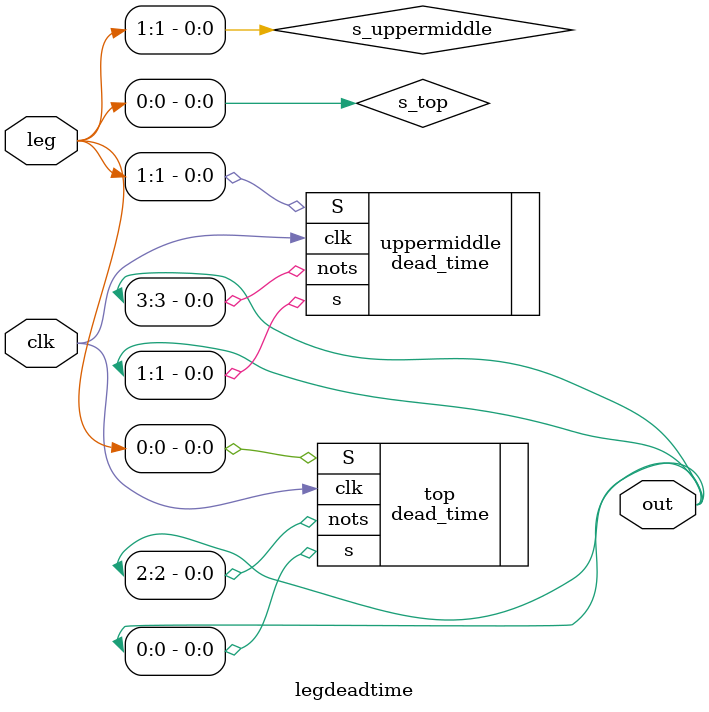
<source format=v>
`timescale 1ns / 1ps
module legdeadtime(
input clk,
input [1:0] leg,
output [3:0] out
    );
wire s_top, s_uppermiddle;

assign s_top = leg[0]; //s1
assign s_uppermiddle = leg[1]; //s2

dead_time top 
(.clk(clk),
.S(s_top),
.s(out[0]),
.nots(out[2]) 
);


dead_time uppermiddle 
(.clk(clk),
.S(s_uppermiddle),
.s(out[1]),
.nots(out[3])
);

endmodule 
</source>
